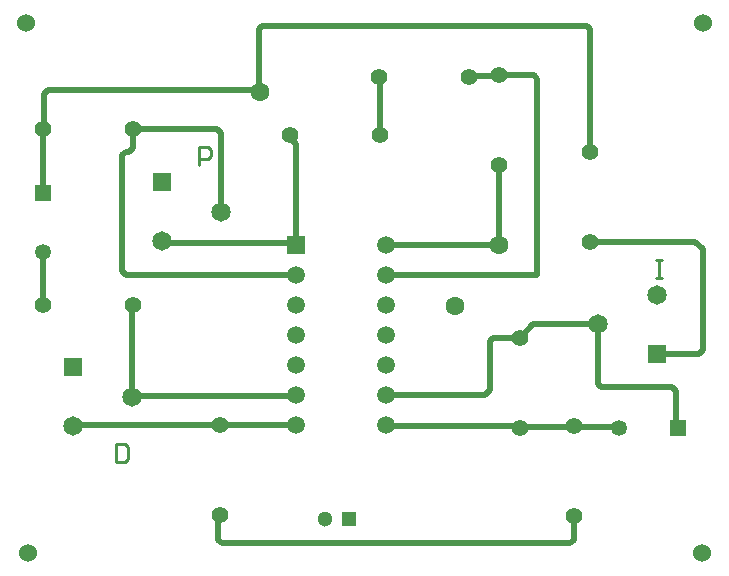
<source format=gbl>
G04*
G04 #@! TF.GenerationSoftware,Altium Limited,Altium Designer,20.2.5 (213)*
G04*
G04 Layer_Physical_Order=2*
G04 Layer_Color=16711680*
%FSLAX44Y44*%
%MOMM*%
G71*
G04*
G04 #@! TF.SameCoordinates,3CA80DEF-A651-457A-9D84-72F8DF8CF74D*
G04*
G04*
G04 #@! TF.FilePolarity,Positive*
G04*
G01*
G75*
%ADD14C,0.2540*%
%ADD18R,1.3000X1.3000*%
%ADD19C,1.3000*%
%ADD27C,0.5080*%
%ADD28C,1.5240*%
%ADD29R,1.6500X1.6500*%
%ADD30C,1.6500*%
%ADD31C,1.5000*%
%ADD32R,1.5000X1.5000*%
%ADD33C,1.4000*%
%ADD34C,1.6000*%
%ADD35C,1.3500*%
%ADD36R,1.3500X1.3500*%
%ADD37R,1.3500X1.3500*%
D14*
X556260Y271775D02*
X561338D01*
X558799D01*
Y256540D01*
X556260D01*
X561338D01*
X99060Y115565D02*
Y100330D01*
X106678D01*
X109217Y102869D01*
Y113026D01*
X106678Y115565D01*
X99060D01*
X168910Y351790D02*
Y367025D01*
X176528D01*
X179067Y364486D01*
Y359408D01*
X176528Y356868D01*
X168910D01*
D18*
X295750Y52070D02*
D03*
D19*
X275750D02*
D03*
D27*
X185420Y54610D02*
X186690Y55880D01*
X188396Y31750D02*
X483434D01*
X185420Y34726D02*
Y54610D01*
Y34726D02*
X188396Y31750D01*
X246380Y374776D02*
X251460Y369696D01*
Y284480D02*
Y369696D01*
X486410Y34726D02*
Y54610D01*
X483434Y31750D02*
X486410Y34726D01*
X107116Y363220D02*
X110054D01*
X113030Y366196D02*
Y382270D01*
X110054Y363220D02*
X113030Y366196D01*
X104140Y262056D02*
Y360244D01*
X107116Y363220D01*
Y259080D02*
X251460D01*
X104140Y262056D02*
X107116Y259080D01*
X187560Y312420D02*
Y378860D01*
X184150Y382270D02*
X187560Y378860D01*
X113030Y382270D02*
X184150D01*
X249990Y285950D02*
X251460Y284480D01*
X139030Y285950D02*
X249990D01*
X137560Y287420D02*
X139030Y285950D01*
X219710Y415290D02*
X220980Y414020D01*
X219710Y415290D02*
Y466924D01*
X222686Y469900D01*
X497404D01*
X500380Y363220D02*
Y466924D01*
X497404Y469900D02*
X500380Y466924D01*
X38100Y383540D02*
Y412314D01*
X41076Y415290D02*
X219710D01*
X38100Y412314D02*
X41076Y415290D01*
X36830Y382270D02*
X38100Y383540D01*
X589280Y287020D02*
X595630Y280670D01*
X500380Y287020D02*
X589280D01*
X557130Y192170D02*
X592654D01*
X595630Y195146D01*
Y280670D01*
X246380Y374776D02*
Y377190D01*
X321310Y426720D02*
X321945Y426085D01*
Y377825D02*
Y426085D01*
Y377825D02*
X322580Y377190D01*
X455494Y259080D02*
Y425014D01*
X422910Y427990D02*
X452518D01*
X455494Y425014D01*
X422275Y427355D02*
X422910Y427990D01*
X398145Y427355D02*
X422275D01*
X397510Y426720D02*
X398145Y427355D01*
X422910Y284480D02*
Y351790D01*
X327660Y284480D02*
X422910D01*
X327660Y259080D02*
X455494D01*
X415290Y161726D02*
Y202764D01*
X327660Y157480D02*
X411044D01*
X415290Y161726D01*
X418266Y205740D02*
X440690D01*
X415290Y202764D02*
X418266Y205740D01*
X452120Y217170D02*
X507130D01*
X440690Y205740D02*
X452120Y217170D01*
X557130Y192170D02*
X558800Y190500D01*
X509706Y163830D02*
X569794D01*
X506730Y216770D02*
X507130Y217170D01*
X506730Y166806D02*
Y216770D01*
Y166806D02*
X509706Y163830D01*
X572770Y131680D02*
Y160854D01*
X569794Y163830D02*
X572770Y160854D01*
Y131680D02*
X574910Y129540D01*
X327660Y132080D02*
X328930Y130810D01*
X439420D01*
X440690Y129540D01*
X441325Y130175D01*
X485775D01*
X486410Y130810D01*
X487045Y130175D01*
X524275D01*
X524910Y129540D01*
X36830Y382270D02*
X36830Y382270D01*
Y328530D02*
Y382270D01*
Y328530D02*
X36830Y328530D01*
X36830Y278530D02*
X36830Y278530D01*
Y233680D02*
Y278530D01*
Y233680D02*
X36830Y233680D01*
X111995Y156845D02*
X112195Y157045D01*
X111360Y156210D02*
X111995Y156845D01*
X112195Y232845D02*
X113030Y233680D01*
X112195Y157045D02*
Y232845D01*
X250825Y156845D02*
X251460Y157480D01*
X111995Y156845D02*
X250825D01*
X61360Y131210D02*
X61795Y131645D01*
X186255D01*
X186690Y132080D01*
X251460D01*
D28*
X594504Y23763D02*
D03*
X24123Y23386D02*
D03*
X22860Y472440D02*
D03*
X595630D02*
D03*
D29*
X137560Y337420D02*
D03*
X62230Y180810D02*
D03*
X557130Y192170D02*
D03*
D30*
X187560Y312420D02*
D03*
X137560Y287420D02*
D03*
X112230Y155810D02*
D03*
X62230Y130810D02*
D03*
X507130Y217170D02*
D03*
X557130Y242170D02*
D03*
D31*
X327660Y132080D02*
D03*
Y157480D02*
D03*
Y182880D02*
D03*
Y208280D02*
D03*
Y233680D02*
D03*
Y259080D02*
D03*
Y284480D02*
D03*
X251460Y132080D02*
D03*
Y157480D02*
D03*
Y182880D02*
D03*
Y208280D02*
D03*
Y233680D02*
D03*
Y259080D02*
D03*
D32*
Y284480D02*
D03*
D33*
X113030Y382270D02*
D03*
X36830D02*
D03*
X322580Y377190D02*
D03*
X246380D02*
D03*
X422910Y351790D02*
D03*
Y427990D02*
D03*
X113030Y233680D02*
D03*
X36830D02*
D03*
X397510Y426720D02*
D03*
X321310D02*
D03*
X186690Y55880D02*
D03*
Y132080D02*
D03*
X440690Y129540D02*
D03*
Y205740D02*
D03*
X500380Y287020D02*
D03*
Y363220D02*
D03*
X486410Y54610D02*
D03*
Y130810D02*
D03*
D34*
X220980Y414020D02*
D03*
X422910Y284480D02*
D03*
X386080Y232410D02*
D03*
D35*
X36830Y278530D02*
D03*
X524910Y129540D02*
D03*
D36*
X36830Y328530D02*
D03*
D37*
X574910Y129540D02*
D03*
M02*

</source>
